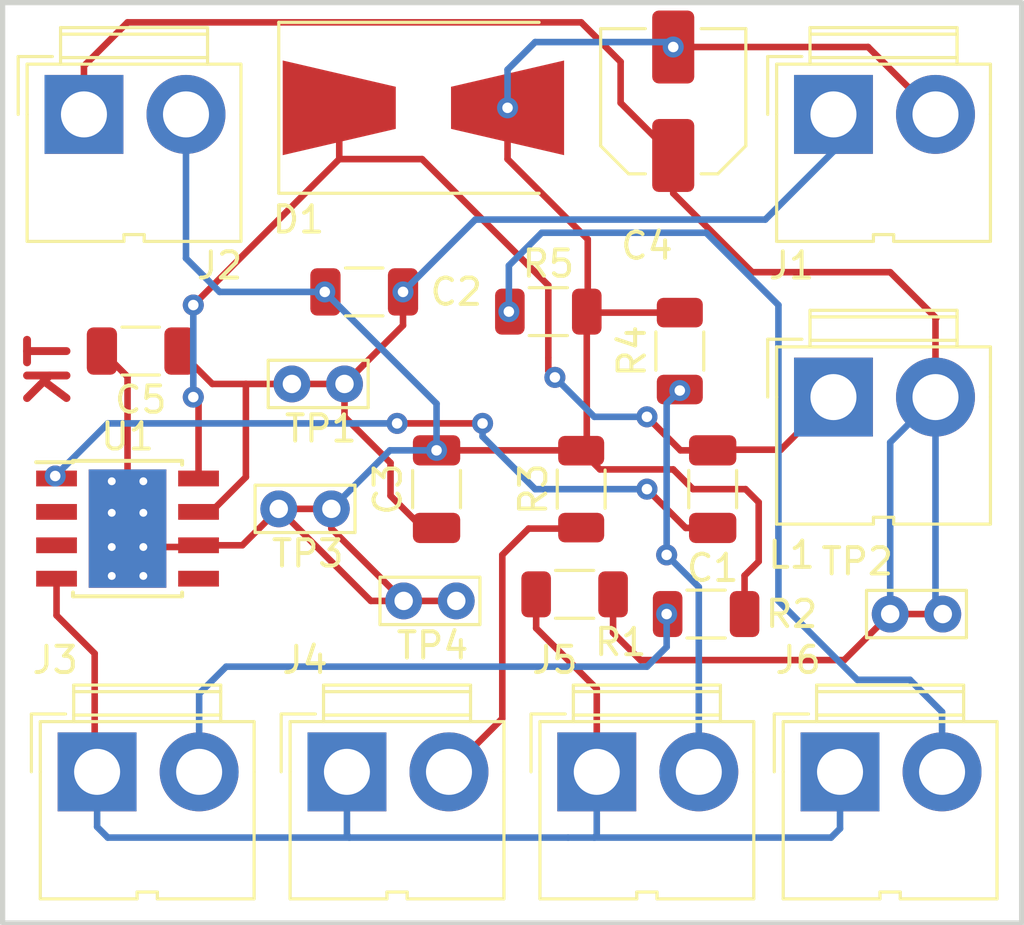
<source format=kicad_pcb>
(kicad_pcb (version 20211014) (generator pcbnew)
  (layers (0 "F.Cu" signal) (31 "B.Cu" signal) (34 "B.Paste" user) (35 "F.Paste" user) (36 "B.SilkS" user "B.Silkscreen") (37 "F.SilkS" user "F.Silkscreen") (38 "B.Mask" user) (39 "F.Mask" user) (44 "Edge.Cuts" user))
  (net 0 "")
  (net 1 "Net-(C1-Pad1)")
  (net 2 "/PH")
  (net 3 "/VIN")
  (net 4 "GND")
  (net 5 "/VOUT")
  (net 6 "sense")
  (net 7 "Net-(J3-Pad2)")
  (net 8 "Net-(J4-Pad2)")
  (net 9 "Net-(J5-Pad2)")
  (net 10 "Net-(J6-Pad2)")
  (footprint "Capacitor_SMD:C_1206_3216Metric" (layer "F.Cu") (at 118.75 41 180)
    (fp_text reference "C2" (at -3.5 0) (layer "F.SilkS"))
    (fp_text value "4.7uF")
    (fp_line (start -0.711252 0.91) (end 0.711252 0.91) (layer "F.SilkS") (width 0.12))
    (fp_line (start -0.711252 -0.91) (end 0.711252 -0.91) (layer "F.SilkS") (width 0.12))
    (pad "1" smd roundrect (at -1.475 0 180) (size 1.15 1.8) (layers "F.Cu" "F.Paste" "F.Mask") (roundrect_rratio 0.217391) (net 3 "/VIN"))
    (pad "2" smd roundrect (at 1.475 0 180) (size 1.15 1.8) (layers "F.Cu" "F.Paste" "F.Mask") (roundrect_rratio 0.217391) (net 4 "GND"))
  )
  (footprint "Capacitor_SMD:C_Elec_5x5.4" (layer "F.Cu") (at 130.5 33.75 90)
    (fp_text reference "C4" (at -5.5 -1 180) (layer "F.SilkS"))
    (fp_text value "220uF")
    (fp_line (start -2.76 1.695563) (end -1.695563 2.76) (layer "F.SilkS") (width 0.12))
    (fp_line (start -2.76 -1.695563) (end -1.695563 -2.76) (layer "F.SilkS") (width 0.12))
    (fp_line (start -2.76 -1.695563) (end -2.76 -1.06) (layer "F.SilkS") (width 0.12))
    (fp_line (start -1.695563 2.76) (end 2.76 2.76) (layer "F.SilkS") (width 0.12))
    (fp_line (start 2.76 2.76) (end 2.76 1.06) (layer "F.SilkS") (width 0.12))
    (fp_line (start -2.76 1.695563) (end -2.76 1.06) (layer "F.SilkS") (width 0.12))
    (fp_line (start -1.695563 -2.76) (end 2.76 -2.76) (layer "F.SilkS") (width 0.12))
    (fp_line (start 2.76 -2.76) (end 2.76 -1.06) (layer "F.SilkS") (width 0.12))
    (pad "1" smd roundrect (at -2.0625 0 90) (size 2.775 1.6) (layers "F.Cu" "F.Paste" "F.Mask") (roundrect_rratio 0.15625) (net 5 "/VOUT"))
    (pad "2" smd roundrect (at 2.0625 0 90) (size 2.775 1.6) (layers "F.Cu" "F.Paste" "F.Mask") (roundrect_rratio 0.15625) (net 4 "GND"))
  )
  (footprint "Connector:JWT_A3963_1x02_P3.96mm_Vertical" (layer "F.Cu") (at 127.5925 59.25)
    (fp_text reference "J5" (at -1.5925 -4.25) (layer "F.SilkS"))
    (fp_text value "2.5V")
    (fp_line (start 2.29 4.83) (end 5.97 4.83) (layer "F.SilkS") (width 0.12))
    (fp_line (start 5.97 -1.91) (end 5.97 0) (layer "F.SilkS") (width 0.12))
    (fp_line (start -0.89 -3.3) (end 4.7 -3.3) (layer "F.SilkS") (width 0.12))
    (fp_line (start -0.89 -3.05) (end 4.7 -3.05) (layer "F.SilkS") (width 0.12))
    (fp_line (start 5.97 4.83) (end 5.97 0) (layer "F.SilkS") (width 0.12))
    (fp_line (start -1.2 -2.2) (end -2.5 -2.2) (layer "F.SilkS") (width 0.12))
    (fp_line (start -2.5 -2.2) (end -2.5 0) (layer "F.SilkS") (width 0.12))
    (fp_line (start -2.16 -1.91) (end 5.97 -1.91) (layer "F.SilkS") (width 0.12))
    (fp_line (start -2.16 0) (end -2.16 4.83) (layer "F.SilkS") (width 0.12))
    (fp_line (start -0.89 -2.16) (end 4.7 -2.16) (layer "F.SilkS") (width 0.12))
    (fp_line (start 1.52 4.57) (end 2.29 4.57) (layer "F.SilkS") (width 0.12))
    (fp_line (start 4.7 -1.91) (end 4.7 -3.3) (layer "F.SilkS") (width 0.12))
    (fp_line (start 1.52 4.83) (end 1.52 4.57) (layer "F.SilkS") (width 0.12))
    (fp_line (start 2.29 4.57) (end 2.29 4.83) (layer "F.SilkS") (width 0.12))
    (fp_line (start -2.16 -1.91) (end -2.16 0) (layer "F.SilkS") (width 0.12))
    (fp_line (start -0.89 -1.91) (end -0.89 -3.3) (layer "F.SilkS") (width 0.12))
    (fp_line (start 1.52 4.83) (end -2.16 4.83) (layer "F.SilkS") (width 0.12))
    (pad "1" thru_hole rect (at 0 0) (size 3 3) (drill 1.75) (layers *.Cu *.Mask) (net 6 "sense"))
    (pad "2" thru_hole circle (at 3.88 0) (size 3 3) (drill 1.75) (layers *.Cu *.Mask) (net 9 "Net-(J5-Pad2)"))
  )
  (footprint "Diode_SMD:D_SMB-SMC_Universal_Handsoldering" (layer "F.Cu") (at 121 34)
    (fp_text reference "D1" (at -4.75 4.25) (layer "F.SilkS"))
    (fp_text value "B340A")
    (fp_line (start -5.5 3.25) (end -5.5 -3.25) (layer "F.SilkS") (width 0.12))
    (fp_line (start -5.5 3.25) (end 4.4 3.25) (layer "F.SilkS") (width 0.12))
    (fp_line (start -5.5 -3.25) (end 4.4 -3.25) (layer "F.SilkS") (width 0.12))
    (pad "1" smd trapezoid (at -3.2 0) (size 4.3 2.6) (rect_delta 1 0) (layers "F.Cu" "F.Paste" "F.Mask") (net 2 "/PH"))
    (pad "2" smd trapezoid (at 3.2 0 180) (size 4.3 2.6) (rect_delta 1 0) (layers "F.Cu" "F.Paste" "F.Mask") (net 4 "GND"))
  )
  (footprint "TestPoint:TestPoint_Bridge_Pitch2.0mm_Drill0.7mm" (layer "F.Cu") (at 138.75 53.25)
    (fp_text reference "TP2" (at -1.25 -2) (layer "F.SilkS"))
    (fp_text value "TestPoint" hide)
    (fp_line (start 2.9 0.9) (end 2.9 -0.9) (layer "F.SilkS") (width 0.12))
    (fp_line (start -0.9 0.9) (end 2.9 0.9) (layer "F.SilkS") (width 0.12))
    (fp_line (start 2.9 -0.9) (end -0.9 -0.9) (layer "F.SilkS") (width 0.12))
    (fp_line (start -0.9 -0.9) (end -0.9 0.9) (layer "F.SilkS") (width 0.12))
    (pad "1" thru_hole circle (at 2 0) (size 1.4 1.4) (drill 0.7) (layers *.Cu *.Mask) (net 5 "/VOUT"))
    (pad "1" thru_hole circle (at 0 0) (size 1.4 1.4) (drill 0.7) (layers *.Cu *.Mask) (net 5 "/VOUT"))
  )
  (footprint "Connector:JWT_A3963_1x02_P3.96mm_Vertical" (layer "F.Cu") (at 108.0925 34.25)
    (fp_text reference "J2" (at 5.1575 5.75) (layer "F.SilkS"))
    (fp_text value "klemens")
    (fp_line (start -2.16 0) (end -2.16 4.83) (layer "F.SilkS") (width 0.12))
    (fp_line (start -0.89 -1.91) (end -0.89 -3.3) (layer "F.SilkS") (width 0.12))
    (fp_line (start 1.52 4.57) (end 2.29 4.57) (layer "F.SilkS") (width 0.12))
    (fp_line (start 2.29 4.83) (end 5.97 4.83) (layer "F.SilkS") (width 0.12))
    (fp_line (start 4.7 -1.91) (end 4.7 -3.3) (layer "F.SilkS") (width 0.12))
    (fp_line (start 5.97 -1.91) (end 5.97 0) (layer "F.SilkS") (width 0.12))
    (fp_line (start 1.52 4.83) (end -2.16 4.83) (layer "F.SilkS") (width 0.12))
    (fp_line (start -0.89 -3.3) (end 4.7 -3.3) (layer "F.SilkS") (width 0.12))
    (fp_line (start -1.2 -2.2) (end -2.5 -2.2) (layer "F.SilkS") (width 0.12))
    (fp_line (start -2.16 -1.91) (end -2.16 0) (layer "F.SilkS") (width 0.12))
    (fp_line (start -2.5 -2.2) (end -2.5 0) (layer "F.SilkS") (width 0.12))
    (fp_line (start 5.97 4.83) (end 5.97 0) (layer "F.SilkS") (width 0.12))
    (fp_line (start 1.52 4.83) (end 1.52 4.57) (layer "F.SilkS") (width 0.12))
    (fp_line (start 2.29 4.57) (end 2.29 4.83) (layer "F.SilkS") (width 0.12))
    (fp_line (start -2.16 -1.91) (end 5.97 -1.91) (layer "F.SilkS") (width 0.12))
    (fp_line (start -0.89 -2.16) (end 4.7 -2.16) (layer "F.SilkS") (width 0.12))
    (fp_line (start -0.89 -3.05) (end 4.7 -3.05) (layer "F.SilkS") (width 0.12))
    (pad "1" thru_hole rect (at 0 0) (size 3 3) (drill 1.75) (layers *.Cu *.Mask) (net 5 "/VOUT"))
    (pad "2" thru_hole circle (at 3.88 0) (size 3 3) (drill 1.75) (layers *.Cu *.Mask) (net 4 "GND"))
  )
  (footprint "TestPoint:TestPoint_Bridge_Pitch2.0mm_Drill0.7mm" (layer "F.Cu") (at 115.5 49.25)
    (fp_text reference "TP3" (at 1.1 1.7) (layer "F.SilkS"))
    (fp_text value "TestPoint" hide)
    (fp_line (start 2.9 -0.9) (end -0.9 -0.9) (layer "F.SilkS") (width 0.12))
    (fp_line (start -0.9 0.9) (end 2.9 0.9) (layer "F.SilkS") (width 0.12))
    (fp_line (start -0.9 -0.9) (end -0.9 0.9) (layer "F.SilkS") (width 0.12))
    (fp_line (start 2.9 0.9) (end 2.9 -0.9) (layer "F.SilkS") (width 0.12))
    (pad "1" thru_hole circle (at 2 0) (size 1.4 1.4) (drill 0.7) (layers *.Cu *.Mask) (net 4 "GND"))
    (pad "1" thru_hole circle (at 0 0) (size 1.4 1.4) (drill 0.7) (layers *.Cu *.Mask) (net 4 "GND"))
  )
  (footprint "Connector:JWT_A3963_1x02_P3.96mm_Vertical" (layer "F.Cu") (at 108.5925 59.25)
    (fp_text reference "J3" (at -1.5925 -4.25) (layer "F.SilkS"))
    (fp_text value "5V")
    (fp_line (start -2.16 -1.91) (end 5.97 -1.91) (layer "F.SilkS") (width 0.12))
    (fp_line (start -0.89 -3.05) (end 4.7 -3.05) (layer "F.SilkS") (width 0.12))
    (fp_line (start 2.29 4.83) (end 5.97 4.83) (layer "F.SilkS") (width 0.12))
    (fp_line (start -0.89 -2.16) (end 4.7 -2.16) (layer "F.SilkS") (width 0.12))
    (fp_line (start 1.52 4.57) (end 2.29 4.57) (layer "F.SilkS") (width 0.12))
    (fp_line (start 5.97 -1.91) (end 5.97 0) (layer "F.SilkS") (width 0.12))
    (fp_line (start -0.89 -1.91) (end -0.89 -3.3) (layer "F.SilkS") (width 0.12))
    (fp_line (start 2.29 4.57) (end 2.29 4.83) (layer "F.SilkS") (width 0.12))
    (fp_line (start -1.2 -2.2) (end -2.5 -2.2) (layer "F.SilkS") (width 0.12))
    (fp_line (start 4.7 -1.91) (end 4.7 -3.3) (layer "F.SilkS") (width 0.12))
    (fp_line (start 5.97 4.83) (end 5.97 0) (layer "F.SilkS") (width 0.12))
    (fp_line (start -0.89 -3.3) (end 4.7 -3.3) (layer "F.SilkS") (width 0.12))
    (fp_line (start 1.52 4.83) (end 1.52 4.57) (layer "F.SilkS") (width 0.12))
    (fp_line (start -2.5 -2.2) (end -2.5 0) (layer "F.SilkS") (width 0.12))
    (fp_line (start -2.16 -1.91) (end -2.16 0) (layer "F.SilkS") (width 0.12))
    (fp_line (start -2.16 0) (end -2.16 4.83) (layer "F.SilkS") (width 0.12))
    (fp_line (start 1.52 4.83) (end -2.16 4.83) (layer "F.SilkS") (width 0.12))
    (pad "1" thru_hole rect (at 0 0) (size 3 3) (drill 1.75) (layers *.Cu *.Mask) (net 6 "sense"))
    (pad "2" thru_hole circle (at 3.88 0) (size 3 3) (drill 1.75) (layers *.Cu *.Mask) (net 7 "Net-(J3-Pad2)"))
  )
  (footprint "Package_SO:TI_SO-PowerPAD-8_ThermalVias" (layer "F.Cu") (at 109.75 50)
    (fp_text reference "U1" (at 0 -3.5) (layer "F.SilkS"))
    (fp_text value "TPS5430DDA")
    (fp_line (start 2.075 2.575) (end 2.075 2.43) (layer "F.SilkS") (width 0.15))
    (fp_line (start -2.075 2.575) (end 2.075 2.575) (layer "F.SilkS") (width 0.15))
    (fp_line (start -2.075 2.575) (end -2.075 2.43) (layer "F.SilkS") (width 0.15))
    (fp_line (start 2.075 -2.575) (end 2.075 -2.43) (layer "F.SilkS") (width 0.15))
    (fp_line (start -2.075 -2.575) (end 2.075 -2.575) (layer "F.SilkS") (width 0.15))
    (fp_line (start -2.075 -2.575) (end -2.075 -2.525) (layer "F.SilkS") (width 0.15))
    (fp_line (start -2.075 -2.525) (end -3.475 -2.525) (layer "F.SilkS") (width 0.15))
    (pad "1" smd rect (at -2.7 -1.905) (size 1.55 0.6) (layers "F.Cu" "F.Paste" "F.Mask") (net 1 "Net-(C1-Pad1)"))
    (pad "2" smd rect (at -2.7 -0.635) (size 1.55 0.6) (layers "F.Cu" "F.Paste" "F.Mask"))
    (pad "3" smd rect (at -2.7 0.635) (size 1.55 0.6) (layers "F.Cu" "F.Paste" "F.Mask"))
    (pad "4" smd rect (at -2.7 1.905) (size 1.55 0.6) (layers "F.Cu" "F.Paste" "F.Mask") (net 6 "sense"))
    (pad "5" smd rect (at 2.7 1.905) (size 1.55 0.6) (layers "F.Cu" "F.Paste" "F.Mask"))
    (pad "6" smd rect (at 2.7 0.635) (size 1.55 0.6) (layers "F.Cu" "F.Paste" "F.Mask") (net 4 "GND"))
    (pad "7" smd rect (at 2.7 -0.635) (size 1.55 0.6) (layers "F.Cu" "F.Paste" "F.Mask") (net 3 "/VIN"))
    (pad "8" smd rect (at 2.7 -1.905) (size 1.55 0.6) (layers "F.Cu" "F.Paste" "F.Mask") (net 2 "/PH"))
    (pad "9" thru_hole circle (at 0.6 -1.8) (size 0.6 0.6) (drill 0.3) (layers *.Cu) (net 4 "GND"))
    (pad "9" smd rect (at 0 0) (size 2.95 4.5) (layers "F.Cu") (net 4 "GND"))
    (pad "9" thru_hole circle (at -0.6 1.8) (size 0.6 0.6) (drill 0.3) (layers *.Cu) (net 4 "GND"))
    (pad "9" thru_hole circle (at -0.6 -0.6) (size 0.6 0.6) (drill 0.3) (layers *.Cu) (net 4 "GND"))
    (pad "9" smd rect (at 0 0) (size 2.6 3.1) (layers "F.Cu" "F.Paste" "F.Mask") (net 4 "GND"))
    (pad "9" thru_hole circle (at 0.6 -0.6) (size 0.6 0.6) (drill 0.3) (layers *.Cu) (net 4 "GND"))
    (pad "9" thru_hole circle (at 0.6 0.7) (size 0.6 0.6) (drill 0.3) (layers *.Cu) (net 4 "GND"))
    (pad "9" thru_hole circle (at -0.6 0.7) (size 0.6 0.6) (drill 0.3) (layers *.Cu) (net 4 "GND"))
    (pad "9" thru_hole circle (at -0.6 -1.8) (size 0.6 0.6) (drill 0.3) (layers *.Cu) (net 4 "GND"))
    (pad "9" thru_hole circle (at 0.6 1.8) (size 0.6 0.6) (drill 0.3) (layers *.Cu) (net 4 "GND"))
    (pad "9" smd rect (at 0 0) (size 2.95 4.5) (layers "B.Cu") (net 4 "GND"))
  )
  (footprint "Resistor_SMD:R_1206_3216Metric" (layer "F.Cu") (at 131.75 53.25)
    (fp_text reference "R2" (at 3.25 0) (layer "F.SilkS"))
    (fp_text value "3.24K")
    (fp_line (start -0.727064 -0.91) (end 0.727064 -0.91) (layer "F.SilkS") (width 0.12))
    (fp_line (start -0.727064 0.91) (end 0.727064 0.91) (layer "F.SilkS") (width 0.12))
    (pad "1" smd roundrect (at -1.4625 0) (size 1.125 1.75) (layers "F.Cu" "F.Paste" "F.Mask") (roundrect_rratio 0.222222) (net 7 "Net-(J3-Pad2)"))
    (pad "2" smd roundrect (at 1.4625 0) (size 1.125 1.75) (layers "F.Cu" "F.Paste" "F.Mask") (roundrect_rratio 0.222222) (net 4 "GND"))
  )
  (footprint "Connector:JWT_A3963_1x02_P3.96mm_Vertical" (layer "F.Cu") (at 136.8425 59.25)
    (fp_text reference "J6" (at -1.5925 -4.25) (layer "F.SilkS"))
    (fp_text value "1.8V")
    (fp_line (start 5.97 -1.91) (end 5.97 0) (layer "F.SilkS") (width 0.12))
    (fp_line (start 1.52 4.83) (end 1.52 4.57) (layer "F.SilkS") (width 0.12))
    (fp_line (start -0.89 -3.05) (end 4.7 -3.05) (layer "F.SilkS") (width 0.12))
    (fp_line (start 5.97 4.83) (end 5.97 0) (layer "F.SilkS") (width 0.12))
    (fp_line (start -2.16 -1.91) (end 5.97 -1.91) (layer "F.SilkS") (width 0.12))
    (fp_line (start 4.7 -1.91) (end 4.7 -3.3) (layer "F.SilkS") (width 0.12))
    (fp_line (start -1.2 -2.2) (end -2.5 -2.2) (layer "F.SilkS") (width 0.12))
    (fp_line (start -2.16 -1.91) (end -2.16 0) (layer "F.SilkS") (width 0.12))
    (fp_line (start 2.29 4.57) (end 2.29 4.83) (layer "F.SilkS") (width 0.12))
    (fp_line (start -0.89 -3.3) (end 4.7 -3.3) (layer "F.SilkS") (width 0.12))
    (fp_line (start -0.89 -2.16) (end 4.7 -2.16) (layer "F.SilkS") (width 0.12))
    (fp_line (start -0.89 -1.91) (end -0.89 -3.3) (layer "F.SilkS") (width 0.12))
    (fp_line (start 1.52 4.83) (end -2.16 4.83) (layer "F.SilkS") (width 0.12))
    (fp_line (start 1.52 4.57) (end 2.29 4.57) (layer "F.SilkS") (width 0.12))
    (fp_line (start -2.5 -2.2) (end -2.5 0) (layer "F.SilkS") (width 0.12))
    (fp_line (start -2.16 0) (end -2.16 4.83) (layer "F.SilkS") (width 0.12))
    (fp_line (start 2.29 4.83) (end 5.97 4.83) (layer "F.SilkS") (width 0.12))
    (pad "1" thru_hole rect (at 0 0) (size 3 3) (drill 1.75) (layers *.Cu *.Mask) (net 6 "sense"))
    (pad "2" thru_hole circle (at 3.88 0) (size 3 3) (drill 1.75) (layers *.Cu *.Mask) (net 10 "Net-(J6-Pad2)"))
  )
  (footprint "Connector:JWT_A3963_1x02_P3.96mm_Vertical" (layer "F.Cu") (at 136.5925 34.25)
    (fp_text reference "J1" (at -1.5925 5.75) (layer "F.SilkS"))
    (fp_text value "klemens")
    (fp_line (start 4.7 -1.91) (end 4.7 -3.3) (layer "F.SilkS") (width 0.12))
    (fp_line (start 1.52 4.57) (end 2.29 4.57) (layer "F.SilkS") (width 0.12))
    (fp_line (start -0.89 -3.05) (end 4.7 -3.05) (layer "F.SilkS") (width 0.12))
    (fp_line (start -1.2 -2.2) (end -2.5 -2.2) (layer "F.SilkS") (width 0.12))
    (fp_line (start -2.5 -2.2) (end -2.5 0) (layer "F.SilkS") (width 0.12))
    (fp_line (start -0.89 -2.16) (end 4.7 -2.16) (layer "F.SilkS") (width 0.12))
    (fp_line (start 1.52 4.83) (end -2.16 4.83) (layer "F.SilkS") (width 0.12))
    (fp_line (start -2.16 -1.91) (end -2.16 0) (layer "F.SilkS") (width 0.12))
    (fp_line (start 1.52 4.83) (end 1.52 4.57) (layer "F.SilkS") (width 0.12))
    (fp_line (start 2.29 4.57) (end 2.29 4.83) (layer "F.SilkS") (width 0.12))
    (fp_line (start 5.97 4.83) (end 5.97 0) (layer "F.SilkS") (width 0.12))
    (fp_line (start 2.29 4.83) (end 5.97 4.83) (layer "F.SilkS") (width 0.12))
    (fp_line (start -2.16 -1.91) (end 5.97 -1.91) (layer "F.SilkS") (width 0.12))
    (fp_line (start -2.16 0) (end -2.16 4.83) (layer "F.SilkS") (width 0.12))
    (fp_line (start 5.97 -1.91) (end 5.97 0) (layer "F.SilkS") (width 0.12))
    (fp_line (start -0.89 -3.3) (end 4.7 -3.3) (layer "F.SilkS") (width 0.12))
    (fp_line (start -0.89 -1.91) (end -0.89 -3.3) (layer "F.SilkS") (width 0.12))
    (pad "1" thru_hole rect (at 0 0) (size 3 3) (drill 1.75) (layers *.Cu *.Mask) (net 3 "/VIN"))
    (pad "2" thru_hole circle (at 3.88 0) (size 3 3) (drill 1.75) (layers *.Cu *.Mask) (net 4 "GND"))
  )
  (footprint "TestPoint:TestPoint_Bridge_Pitch2.0mm_Drill0.7mm" (layer "F.Cu") (at 116 44.5)
    (fp_text reference "TP1" (at 1.1 1.7) (layer "F.SilkS"))
    (fp_text value "TestPoint" hide)
    (fp_line (start 2.9 -0.9) (end -0.9 -0.9) (layer "F.SilkS") (width 0.12))
    (fp_line (start -0.9 -0.9) (end -0.9 0.9) (layer "F.SilkS") (width 0.12))
    (fp_line (start 2.9 0.9) (end 2.9 -0.9) (layer "F.SilkS") (width 0.12))
    (fp_line (start -0.9 0.9) (end 2.9 0.9) (layer "F.SilkS") (width 0.12))
    (pad "1" thru_hole circle (at 2 0) (size 1.4 1.4) (drill 0.7) (layers *.Cu *.Mask) (net 3 "/VIN"))
    (pad "1" thru_hole circle (at 0 0) (size 1.4 1.4) (drill 0.7) (layers *.Cu *.Mask) (net 3 "/VIN"))
  )
  (footprint "Capacitor_SMD:C_1206_3216Metric" (layer "F.Cu") (at 121.5 48.5 90)
    (fp_text reference "C3" (at 0 -1.85 90) (layer "F.SilkS"))
    (fp_text value "10uF")
    (fp_line (start -0.711252 0.91) (end 0.711252 0.91) (layer "F.SilkS") (width 0.12))
    (fp_line (start -0.711252 -0.91) (end 0.711252 -0.91) (layer "F.SilkS") (width 0.12))
    (pad "1" smd roundrect (at -1.475 0 90) (size 1.15 1.8) (layers "F.Cu" "F.Paste" "F.Mask") (roundrect_rratio 0.217391) (net 3 "/VIN"))
    (pad "2" smd roundrect (at 1.475 0 90) (size 1.15 1.8) (layers "F.Cu" "F.Paste" "F.Mask") (roundrect_rratio 0.217391) (net 4 "GND"))
  )
  (footprint "Resistor_SMD:R_1206_3216Metric" (layer "F.Cu") (at 126.75 52.5 180)
    (fp_text reference "R1" (at -1.75 -1.82) (layer "F.SilkS"))
    (fp_text value "10K")
    (fp_line (start -0.727064 0.91) (end 0.727064 0.91) (layer "F.SilkS") (width 0.12))
    (fp_line (start -0.727064 -0.91) (end 0.727064 -0.91) (layer "F.SilkS") (width 0.12))
    (pad "1" smd roundrect (at -1.4625 0 180) (size 1.125 1.75) (layers "F.Cu" "F.Paste" "F.Mask") (roundrect_rratio 0.222222) (net 5 "/VOUT"))
    (pad "2" smd roundrect (at 1.4625 0 180) (size 1.125 1.75) (layers "F.Cu" "F.Paste" "F.Mask") (roundrect_rratio 0.222222) (net 6 "sense"))
  )
  (footprint "Resistor_SMD:R_1206_3216Metric" (layer "F.Cu") (at 125.75 41.75)
    (fp_text reference "R5" (at 0 -1.82) (layer "F.SilkS"))
    (fp_text value "21.5K")
    (fp_line (start -0.727064 -0.91) (end 0.727064 -0.91) (layer "F.SilkS") (width 0.12))
    (fp_line (start -0.727064 0.91) (end 0.727064 0.91) (layer "F.SilkS") (width 0.12))
    (pad "1" smd roundrect (at -1.4625 0) (size 1.125 1.75) (layers "F.Cu" "F.Paste" "F.Mask") (roundrect_rratio 0.222222) (net 10 "Net-(J6-Pad2)"))
    (pad "2" smd roundrect (at 1.4625 0) (size 1.125 1.75) (layers "F.Cu" "F.Paste" "F.Mask") (roundrect_rratio 0.222222) (net 4 "GND"))
  )
  (footprint "Resistor_SMD:R_1206_3216Metric" (layer "F.Cu") (at 130.75 43.25 90)
    (fp_text reference "R4" (at 0 -1.82 90) (layer "F.SilkS"))
    (fp_text value "9.53K")
    (fp_line (start -0.727064 -0.91) (end 0.727064 -0.91) (layer "F.SilkS") (width 0.12))
    (fp_line (start -0.727064 0.91) (end 0.727064 0.91) (layer "F.SilkS") (width 0.12))
    (pad "1" smd roundrect (at -1.4625 0 90) (size 1.125 1.75) (layers "F.Cu" "F.Paste" "F.Mask") (roundrect_rratio 0.222222) (net 9 "Net-(J5-Pad2)"))
    (pad "2" smd roundrect (at 1.4625 0 90) (size 1.125 1.75) (layers "F.Cu" "F.Paste" "F.Mask") (roundrect_rratio 0.222222) (net 4 "GND"))
  )
  (footprint "Connector:JWT_A3963_1x02_P3.96mm_Vertical" (layer "F.Cu") (at 136.5925 45)
    (fp_text reference "L1" (at -1.5925 6) (layer "F.SilkS"))
    (fp_text value "22uH")
    (fp_line (start -1.2 -2.2) (end -2.5 -2.2) (layer "F.SilkS") (width 0.12))
    (fp_line (start -0.89 -3.05) (end 4.7 -3.05) (layer "F.SilkS") (width 0.12))
    (fp_line (start -0.89 -1.91) (end -0.89 -3.3) (layer "F.SilkS") (width 0.12))
    (fp_line (start -2.16 -1.91) (end 5.97 -1.91) (layer "F.SilkS") (width 0.12))
    (fp_line (start -0.89 -3.3) (end 4.7 -3.3) (layer "F.SilkS") (width 0.12))
    (fp_line (start 1.52 4.83) (end 1.52 4.57) (layer "F.SilkS") (width 0.12))
    (fp_line (start -2.5 -2.2) (end -2.5 0) (layer "F.SilkS") (width 0.12))
    (fp_line (start 5.97 4.83) (end 5.97 0) (layer "F.SilkS") (width 0.12))
    (fp_line (start 4.7 -1.91) (end 4.7 -3.3) (layer "F.SilkS") (width 0.12))
    (fp_line (start 1.52 4.83) (end -2.16 4.83) (layer "F.SilkS") (width 0.12))
    (fp_line (start 2.29 4.83) (end 5.97 4.83) (layer "F.SilkS") (width 0.12))
    (fp_line (start 2.29 4.57) (end 2.29 4.83) (layer "F.SilkS") (width 0.12))
    (fp_line (start -0.89 -2.16) (end 4.7 -2.16) (layer "F.SilkS") (width 0.12))
    (fp_line (start 1.52 4.57) (end 2.29 4.57) (layer "F.SilkS") (width 0.12))
    (fp_line (start 5.97 -1.91) (end 5.97 0) (layer "F.SilkS") (width 0.12))
    (fp_line (start -2.16 0) (end -2.16 4.83) (layer "F.SilkS") (width 0.12))
    (fp_line (start -2.16 -1.91) (end -2.16 0) (layer "F.SilkS") (width 0.12))
    (pad "1" thru_hole rect (at 0 0) (size 3 3) (drill 1.75) (layers *.Cu *.Mask) (net 2 "/PH"))
    (pad "2" thru_hole circle (at 3.88 0) (size 3 3) (drill 1.75) (layers *.Cu *.Mask) (net 5 "/VOUT"))
  )
  (footprint "Connector:JWT_A3963_1x02_P3.96mm_Vertical" (layer "F.Cu") (at 118.0925 59.25)
    (fp_text reference "J4" (at -1.5925 -4.25) (layer "F.SilkS"))
    (fp_text value "3.3V")
    (fp_line (start 5.97 -1.91) (end 5.97 0) (layer "F.SilkS") (width 0.12))
    (fp_line (start 4.7 -1.91) (end 4.7 -3.3) (layer "F.SilkS") (width 0.12))
    (fp_line (start -2.16 0) (end -2.16 4.83) (layer "F.SilkS") (width 0.12))
    (fp_line (start 1.52 4.83) (end -2.16 4.83) (layer "F.SilkS") (width 0.12))
    (fp_line (start 2.29 4.83) (end 5.97 4.83) (layer "F.SilkS") (width 0.12))
    (fp_line (start -0.89 -3.3) (end 4.7 -3.3) (layer "F.SilkS") (width 0.12))
    (fp_line (start -0.89 -1.91) (end -0.89 -3.3) (layer "F.SilkS") (width 0.12))
    (fp_line (start -2.5 -2.2) (end -2.5 0) (layer "F.SilkS") (width 0.12))
    (fp_line (start -1.2 -2.2) (end -2.5 -2.2) (layer "F.SilkS") (width 0.12))
    (fp_line (start 1.52 4.83) (end 1.52 4.57) (layer "F.SilkS") (width 0.12))
    (fp_line (start -2.16 -1.91) (end -2.16 0) (layer "F.SilkS") (width 0.12))
    (fp_line (start -2.16 -1.91) (end 5.97 -1.91) (layer "F.SilkS") (width 0.12))
    (fp_line (start 2.29 4.57) (end 2.29 4.83) (layer "F.SilkS") (width 0.12))
    (fp_line (start -0.89 -2.16) (end 4.7 -2.16) (layer "F.SilkS") (width 0.12))
    (fp_line (start -0.89 -3.05) (end 4.7 -3.05) (layer "F.SilkS") (width 0.12))
    (fp_line (start 1.52 4.57) (end 2.29 4.57) (layer "F.SilkS") (width 0.12))
    (fp_line (start 5.97 4.83) (end 5.97 0) (layer "F.SilkS") (width 0.12))
    (pad "1" thru_hole rect (at 0 0) (size 3 3) (drill 1.75) (layers *.Cu *.Mask) (net 6 "sense"))
    (pad "2" thru_hole circle (at 3.88 0) (size 3 3) (drill 1.75) (layers *.Cu *.Mask) (net 8 "Net-(J4-Pad2)"))
  )
  (footprint "Capacitor_SMD:C_1206_3216Metric" (layer "F.Cu") (at 132 48.5 90)
    (fp_text reference "C1" (at -3 0 180) (layer "F.SilkS"))
    (fp_text value "10nF")
    (fp_line (start -0.711252 -0.91) (end 0.711252 -0.91) (layer "F.SilkS") (width 0.12))
    (fp_line (start -0.711252 0.91) (end 0.711252 0.91) (layer "F.SilkS") (width 0.12))
    (pad "1" smd roundrect (at -1.475 0 90) (size 1.15 1.8) (layers "F.Cu" "F.Paste" "F.Mask") (roundrect_rratio 0.217391) (net 1 "Net-(C1-Pad1)"))
    (pad "2" smd roundrect (at 1.475 0 90) (size 1.15 1.8) (layers "F.Cu" "F.Paste" "F.Mask") (roundrect_rratio 0.217391) (net 2 "/PH"))
  )
  (footprint "TestPoint:TestPoint_Bridge_Pitch2.0mm_Drill0.7mm" (layer "F.Cu") (at 120.25 52.75)
    (fp_text reference "TP4" (at 1.1 1.7) (layer "F.SilkS"))
    (fp_text value "TestPoint" hide)
    (fp_line (start 2.9 0.9) (end 2.9 -0.9) (layer "F.SilkS") (width 0.12))
    (fp_line (start -0.9 0.9) (end 2.9 0.9) (layer "F.SilkS") (width 0.12))
    (fp_line (start -0.9 -0.9) (end -0.9 0.9) (layer "F.SilkS") (width 0.12))
    (fp_line (start 2.9 -0.9) (end -0.9 -0.9) (layer "F.SilkS") (width 0.12))
    (pad "1" thru_hole circle (at 2 0) (size 1.4 1.4) (drill 0.7) (layers *.Cu *.Mask) (net 4 "GND"))
    (pad "1" thru_hole circle (at 0 0) (size 1.4 1.4) (drill 0.7) (layers *.Cu *.Mask) (net 4 "GND"))
  )
  (footprint "Capacitor_SMD:C_1206_3216Metric" (layer "F.Cu") (at 110.25 43.25 180)
    (fp_text reference "C5" (at 0 -1.85) (layer "F.SilkS"))
    (fp_text value "10uF")
    (fp_line (start -0.711252 0.91) (end 0.711252 0.91) (layer "F.SilkS") (width 0.12))
    (fp_line (start -0.711252 -0.91) (end 0.711252 -0.91) (layer "F.SilkS") (width 0.12))
    (pad "1" smd roundrect (at -1.475 0 180) (size 1.15 1.8) (layers "F.Cu" "F.Paste" "F.Mask") (roundrect_rratio 0.217391) (net 3 "/VIN"))
    (pad "2" smd roundrect (at 1.475 0 180) (size 1.15 1.8) (layers "F.Cu" "F.Paste" "F.Mask") (roundrect_rratio 0.217391) (net 4 "GND"))
  )
  (footprint "Resistor_SMD:R_1206_3216Metric" (layer "F.Cu") (at 127 48.5 90)
    (fp_text reference "R3" (at 0 -1.82 90) (layer "F.SilkS"))
    (fp_text value "5.9K")
    (fp_line (start -0.727064 -0.91) (end 0.727064 -0.91) (layer "F.SilkS") (width 0.12))
    (fp_line (start -0.727064 0.91) (end 0.727064 0.91) (layer "F.SilkS") (width 0.12))
    (pad "1" smd roundrect (at -1.4625 0 90) (size 1.125 1.75) (layers "F.Cu" "F.Paste" "F.Mask") (roundrect_rratio 0.222222) (net 8 "Net-(J4-Pad2)"))
    (pad "2" smd roundrect (at 1.4625 0 90) (size 1.125 1.75) (layers "F.Cu" "F.Paste" "F.Mask") (roundrect_rratio 0.222222) (net 4 "GND"))
  )
  (gr_rect (start 105 65) (end 143.75 30) (layer "Edge.Cuts") (width 0.2) (fill none))
  (gr_text "TK" (at 106.75 44 90) (layer "F.Cu") (effects (font (size 1.5 1.5) (thickness 0.3)) (justify mirror)))
  (segment (start 129.5 48.5) (end 130.975 49.975) (width 0.25) (layer "F.Cu") (net 1))
  (segment (start 120 46) (end 123.25 46) (width 0.25) (layer "F.Cu") (net 1))
  (segment (start 130.975 49.975) (end 132 49.975) (width 0.25) (layer "F.Cu") (net 1))
  (via (at 129.5 48.5) (size 0.8) (drill 0.4) (layers "F.Cu" "B.Cu") (net 1))
  (via (at 123.25 46) (size 0.8) (drill 0.4) (layers "F.Cu" "B.Cu") (net 1))
  (via (at 120 46) (size 0.8) (drill 0.4) (layers "F.Cu" "B.Cu") (net 1))
  (via (at 107 48) (size 0.8) (drill 0.4) (layers "F.Cu" "B.Cu") (net 1))
  (segment (start 107 48) (end 109 46) (width 0.25) (layer "B.Cu") (net 1))
  (segment (start 123.25 46) (end 123.25 46.5) (width 0.25) (layer "B.Cu") (net 1))
  (segment (start 109 46) (end 120 46) (width 0.25) (layer "B.Cu") (net 1))
  (segment (start 123.25 46.5) (end 125.25 48.5) (width 0.25) (layer "B.Cu") (net 1))
  (segment (start 125.25 48.5) (end 129.5 48.5) (width 0.25) (layer "B.Cu") (net 1))
  (segment (start 112.25 45) (end 112.45 45.2) (width 0.25) (layer "F.Cu") (net 2))
  (segment (start 120.95 35.95) (end 125.75 40.75) (width 0.25) (layer "F.Cu") (net 2))
  (segment (start 125.75 44) (end 126 44.25) (width 0.25) (layer "F.Cu") (net 2))
  (segment (start 129.5 45.75) (end 130.775 47.025) (width 0.25) (layer "F.Cu") (net 2))
  (segment (start 132 47.025) (end 132.025 47) (width 0.25) (layer "F.Cu") (net 2))
  (segment (start 130.775 47.025) (end 132 47.025) (width 0.25) (layer "F.Cu") (net 2))
  (segment (start 132.025 47) (end 134.5925 47) (width 0.25) (layer "F.Cu") (net 2))
  (segment (start 125.75 43.5) (end 125.75 44) (width 0.25) (layer "F.Cu") (net 2))
  (segment (start 125.75 40.75) (end 125.75 43.5) (width 0.25) (layer "F.Cu") (net 2))
  (segment (start 117.8 35.95) (end 120.95 35.95) (width 0.25) (layer "F.Cu") (net 2))
  (segment (start 117.8 34) (end 117.8 35.95) (width 0.25) (layer "F.Cu") (net 2))
  (segment (start 112.5 41.25) (end 112.25 41.5) (width 0.25) (layer "F.Cu") (net 2))
  (segment (start 134.5925 47) (end 136.5925 45) (width 0.25) (layer "F.Cu") (net 2))
  (segment (start 117.8 35.95) (end 112.5 41.25) (width 0.25) (layer "F.Cu") (net 2))
  (segment (start 112.45 45.2) (end 112.45 48.095) (width 0.25) (layer "F.Cu") (net 2))
  (via (at 112.25 41.5) (size 0.8) (drill 0.4) (layers "F.Cu" "B.Cu") (net 2))
  (via (at 129.5 45.75) (size 0.8) (drill 0.4) (layers "F.Cu" "B.Cu") (net 2))
  (via (at 126 44.25) (size 0.8) (drill 0.4) (layers "F.Cu" "B.Cu") (net 2))
  (via (at 112.25 45) (size 0.8) (drill 0.4) (layers "F.Cu" "B.Cu") (net 2))
  (segment (start 127.5 45.75) (end 129.5 45.75) (width 0.25) (layer "B.Cu") (net 2))
  (segment (start 112.25 41.5) (end 112.25 45) (width 0.25) (layer "B.Cu") (net 2))
  (segment (start 126 44.25) (end 127.5 45.75) (width 0.25) (layer "B.Cu") (net 2))
  (segment (start 114.25 44.5) (end 112.975 44.5) (width 0.25) (layer "F.Cu") (net 3))
  (segment (start 112.45 49.365) (end 112.925 49.365) (width 0.25) (layer "F.Cu") (net 3))
  (segment (start 118 44.5) (end 118 45.75) (width 0.25) (layer "F.Cu") (net 3))
  (segment (start 120.225 42.275) (end 120.225 41) (width 0.25) (layer "F.Cu") (net 3))
  (segment (start 112.925 49.365) (end 114.25 48.04) (width 0.25) (layer "F.Cu") (net 3))
  (segment (start 118 44.5) (end 120.225 42.275) (width 0.25) (layer "F.Cu") (net 3))
  (segment (start 114.25 48.04) (end 114.25 44.5) (width 0.25) (layer "F.Cu") (net 3))
  (segment (start 116 44.5) (end 118 44.5) (width 0.25) (layer "F.Cu") (net 3))
  (segment (start 119.75 48.75) (end 120.975 49.975) (width 0.25) (layer "F.Cu") (net 3))
  (segment (start 118 45.75) (end 119.75 47.5) (width 0.25) (layer "F.Cu") (net 3))
  (segment (start 119.75 47.5) (end 119.75 48.75) (width 0.25) (layer "F.Cu") (net 3))
  (segment (start 112.975 44.5) (end 111.725 43.25) (width 0.25) (layer "F.Cu") (net 3))
  (segment (start 120.975 49.975) (end 121.5 49.975) (width 0.25) (layer "F.Cu") (net 3))
  (segment (start 116 44.5) (end 114.25 44.5) (width 0.25) (layer "F.Cu") (net 3))
  (via (at 120.225 41) (size 0.8) (drill 0.4) (layers "F.Cu" "B.Cu") (net 3))
  (segment (start 122.975 38.25) (end 134 38.25) (width 0.25) (layer "B.Cu") (net 3))
  (segment (start 120.225 41) (end 122.975 38.25) (width 0.25) (layer "B.Cu") (net 3))
  (segment (start 134 38.25) (end 136.5925 35.6575) (width 0.25) (layer "B.Cu") (net 3))
  (segment (start 136.5925 35.6575) (end 136.5925 34.25) (width 0.25) (layer "B.Cu") (net 3))
  (segment (start 117.5 50) (end 117.5 49.25) (width 0.25) (layer "F.Cu") (net 4))
  (segment (start 127.25 41.7875) (end 130.75 41.7875) (width 0.25) (layer "F.Cu") (net 4))
  (segment (start 110.35 50.7) (end 112.385 50.7) (width 0.25) (layer "F.Cu") (net 4))
  (segment (start 130.5 31.6875) (end 137.91 31.6875) (width 0.25) (layer "F.Cu") (net 4))
  (segment (start 124.2 34) (end 124.2 35.95) (width 0.25) (layer "F.Cu") (net 4))
  (segment (start 120.25 52.75) (end 117.5 50) (width 0.25) (layer "F.Cu") (net 4))
  (segment (start 109.75 44.225) (end 109.75 50) (width 0.25) (layer "F.Cu") (net 4))
  (segment (start 126.9875 47.025) (end 127 47.0375) (width 0.25) (layer "F.Cu") (net 4))
  (segment (start 115.5 49.25) (end 119 52.75) (width 0.25) (layer "F.Cu") (net 4))
  (segment (start 127.25 41.7125) (end 127.2125 41.75) (width 0.25) (layer "F.Cu") (net 4))
  (segment (start 130.5 47.75) (end 131.25 48.5) (width 0.25) (layer "F.Cu") (net 4))
  (segment (start 127 47.0375) (end 127.7125 47.75) (width 0.25) (layer "F.Cu") (net 4))
  (segment (start 127.2125 46.825) (end 127 47.0375) (width 0.25) (layer "F.Cu") (net 4))
  (segment (start 140.5 34.2225) (end 140.4725 34.25) (width 0.25) (layer "F.Cu") (net 4))
  (segment (start 131.25 48.5) (end 133.25 48.5) (width 0.25) (layer "F.Cu") (net 4))
  (segment (start 119 52.75) (end 122.25 52.75) (width 0.25) (layer "F.Cu") (net 4))
  (segment (start 124.2 35.95) (end 127.25 39) (width 0.25) (layer "F.Cu") (net 4))
  (segment (start 127.25 39) (end 127.25 41.7125) (width 0.25) (layer "F.Cu") (net 4))
  (segment (start 112.385 50.7) (end 112.45 50.635) (width 0.25) (layer "F.Cu") (net 4))
  (segment (start 112.45 50.635) (end 114.115 50.635) (width 0.25) (layer "F.Cu") (net 4))
  (segment (start 108.775 43.25) (end 109.75 44.225) (width 0.25) (layer "F.Cu") (net 4))
  (segment (start 137.91 31.6875) (end 140.4725 34.25) (width 0.25) (layer "F.Cu") (net 4))
  (segment (start 133.75 51.25) (end 133.2125 51.7875) (width 0.25) (layer "F.Cu") (net 4))
  (segment (start 133.25 48.5) (end 133.75 49) (width 0.25) (layer "F.Cu") (net 4))
  (segment (start 127.2125 41.75) (end 127.2125 46.825) (width 0.25) (layer "F.Cu") (net 4))
  (segment (start 133.75 49) (end 133.75 51.25) (width 0.25) (layer "F.Cu") (net 4))
  (segment (start 115.5 49.25) (end 117.5 49.25) (width 0.25) (layer "F.Cu") (net 4))
  (segment (start 127.2125 41.75) (end 127.25 41.7875) (width 0.25) (layer "F.Cu") (net 4))
  (segment (start 133.2125 51.7875) (end 133.2125 53.25) (width 0.25) (layer "F.Cu") (net 4))
  (segment (start 127.7125 47.75) (end 130.5 47.75) (width 0.25) (layer "F.Cu") (net 4))
  (segment (start 121.5 47.025) (end 126.9875 47.025) (width 0.25) (layer "F.Cu") (net 4))
  (segment (start 114.115 50.635) (end 115.5 49.25) (width 0.25) (layer "F.Cu") (net 4))
  (via (at 124.2 34) (size 0.8) (drill 0.4) (layers "F.Cu" "B.Cu") (net 4))
  (via (at 130.5 31.6875) (size 0.8) (drill 0.4) (layers "F.Cu" "B.Cu") (net 4))
  (via (at 121.5 47.025) (size 0.8) (drill 0.4) (layers "F.Cu" "B.Cu") (net 4))
  (via (at 117.25 41) (size 0.8) (drill 0.4) (layers "F.Cu" "B.Cu") (net 4))
  (segment (start 125.25 31.5) (end 130.3125 31.5) (width 0.25) (layer "B.Cu") (net 4))
  (segment (start 113.25 41) (end 117.25 41) (width 0.25) (layer "B.Cu") (net 4))
  (segment (start 119.725 47.025) (end 121.5 47.025) (width 0.25) (layer "B.Cu") (net 4))
  (segment (start 124.2 32.55) (end 125.25 31.5) (width 0.25) (layer "B.Cu") (net 4))
  (segment (start 124.2 34) (end 124.2 32.55) (width 0.25) (layer "B.Cu") (net 4))
  (segment (start 117.25 41) (end 121.5 45.25) (width 0.25) (layer "B.Cu") (net 4))
  (segment (start 117.5 49.25) (end 119.725 47.025) (width 0.25) (layer "B.Cu") (net 4))
  (segment (start 130.3125 31.5) (end 130.5 31.6875) (width 0.25) (layer "B.Cu") (net 4))
  (segment (start 121.5 45.25) (end 121.5 47.025) (width 0.25) (layer "B.Cu") (net 4))
  (segment (start 111.9725 34.25) (end 111.9725 39.7225) (width 0.25) (layer "B.Cu") (net 4))
  (segment (start 111.9725 39.7225) (end 113.25 41) (width 0.25) (layer "B.Cu") (net 4))
  (segment (start 108.0925 34.25) (end 108.0925 32.4075) (width 0.25) (layer "F.Cu") (net 5))
  (segment (start 128.2125 52.5) (end 128.2125 53.9625) (width 0.25) (layer "F.Cu") (net 5))
  (segment (start 140.4725 42.0275) (end 140.4725 45) (width 0.25) (layer "F.Cu") (net 5))
  (segment (start 127 30.75) (end 128.5 32.25) (width 0.25) (layer "F.Cu") (net 5))
  (segment (start 128.5 33.8125) (end 130.5 35.8125) (width 0.25) (layer "F.Cu") (net 5))
  (segment (start 133.5 40.25) (end 138.75 40.25) (width 0.25) (layer "F.Cu") (net 5))
  (segment (start 137 55) (end 138.75 53.25) (width 0.25) (layer "F.Cu") (net 5))
  (segment (start 130.5 35.8125) (end 130.5 37.25) (width 0.25) (layer "F.Cu") (net 5))
  (segment (start 128.2125 53.9625) (end 129.25 55) (width 0.25) (layer "F.Cu") (net 5))
  (segment (start 140.5 42) (end 140.4725 42.0275) (width 0.25) (layer "F.Cu") (net 5))
  (segment (start 109.75 30.75) (end 127 30.75) (width 0.25) (layer "F.Cu") (net 5))
  (segment (start 138.75 40.25) (end 140.5 42) (width 0.25) (layer "F.Cu") (net 5))
  (segment (start 130.5 37.25) (end 133.5 40.25) (width 0.25) (layer "F.Cu") (net 5))
  (segment (start 128.5 32.25) (end 128.5 33.8125) (width 0.25) (layer "F.Cu") (net 5))
  (segment (start 108.0925 32.4075) (end 109.75 30.75) (width 0.25) (layer "F.Cu") (net 5))
  (segment (start 129.25 55) (end 137 55) (width 0.25) (layer "F.Cu") (net 5))
  (segment (start 138.75 53.25) (end 140.75 53.25) (width 0.25) (layer "F.Cu") (net 5))
  (segment (start 140.4725 45) (end 140.4725 52.9725) (width 0.25) (layer "B.Cu") (net 5))
  (segment (start 138.75 46.7225) (end 140.4725 45) (width 0.25) (layer "B.Cu") (net 5))
  (segment (start 138.75 53.25) (end 138.75 46.7225) (width 0.25) (layer "B.Cu") (net 5))
  (segment (start 140.4725 52.9725) (end 140.75 53.25) (width 0.25) (layer "B.Cu") (net 5))
  (segment (start 125.2875 52.5) (end 125.2875 53.7875) (width 0.25) (layer "F.Cu") (net 6))
  (segment (start 108.5 54.75) (end 108.5 59.3425) (width 0.25) (layer "F.Cu") (net 6))
  (segment (start 107.05 53.3) (end 108.5 54.75) (width 0.25) (layer "F.Cu") (net 6))
  (segment (start 107.05 51.905) (end 107.05 53.3) (width 0.25) (layer "F.Cu") (net 6))
  (segment (start 127.5925 56.0925) (end 127.5925 59.25) (width 0.25) (layer "F.Cu") (net 6))
  (segment (start 125.2875 53.7875) (end 127.5925 56.0925) (width 0.25) (layer "F.Cu") (net 6))
  (segment (start 127.5925 61.6575) (end 127.5 61.75) (width 0.25) (layer "B.Cu") (net 6))
  (segment (start 108.5925 61.3425) (end 108.5925 59.25) (width 0.25) (layer "B.Cu") (net 6))
  (segment (start 126.5 61.75) (end 118.185 61.75) (width 0.25) (layer "B.Cu") (net 6))
  (segment (start 118.185 61.75) (end 109 61.75) (width 0.25) (layer "B.Cu") (net 6))
  (segment (start 118.0925 61.6575) (end 118.0925 59.25) (width 0.25) (layer "B.Cu") (net 6))
  (segment (start 109 61.75) (end 108.5925 61.3425) (width 0.25) (layer "B.Cu") (net 6))
  (segment (start 136.5 61.75) (end 127.5 61.75) (width 0.25) (layer "B.Cu") (net 6))
  (segment (start 136.8425 61.4075) (end 136.5 61.75) (width 0.25) (layer "B.Cu") (net 6))
  (segment (start 127.5925 59.25) (end 127.5925 61.6575) (width 0.25) (layer "B.Cu") (net 6))
  (segment (start 127.5 61.75) (end 126.5 61.75) (width 0.25) (layer "B.Cu") (net 6))
  (segment (start 136.8425 59.25) (end 136.8425 61.4075) (width 0.25) (layer "B.Cu") (net 6))
  (segment (start 118.185 61.75) (end 118.0925 61.6575) (width 0.25) (layer "B.Cu") (net 6))
  (via (at 130.25 53.25) (size 0.8) (drill 0.4) (layers "F.Cu" "B.Cu") (net 7))
  (segment (start 129.5 55.25) (end 130.25 54.5) (width 0.25) (layer "B.Cu") (net 7))
  (segment (start 112.4725 56.2775) (end 113.5 55.25) (width 0.25) (layer "B.Cu") (net 7))
  (segment (start 113.5 55.25) (end 129.5 55.25) (width 0.25) (layer "B.Cu") (net 7))
  (segment (start 130.25 54.5) (end 130.25 53.25) (width 0.25) (layer "B.Cu") (net 7))
  (segment (start 112.4725 59.25) (end 112.4725 56.2775) (width 0.25) (layer "B.Cu") (net 7))
  (segment (start 124 51) (end 124 57.2225) (width 0.25) (layer "F.Cu") (net 8))
  (segment (start 124 57.2225) (end 121.9725 59.25) (width 0.25) (layer "F.Cu") (net 8))
  (segment (start 127 50) (end 125 50) (width 0.25) (layer "F.Cu") (net 8))
  (segment (start 125 50) (end 124 51) (width 0.25) (layer "F.Cu") (net 8))
  (via (at 130.25 51) (size 0.8) (drill 0.4) (layers "F.Cu" "B.Cu") (net 9))
  (via (at 130.75 44.75) (size 0.8) (drill 0.4) (layers "F.Cu" "B.Cu") (net 9))
  (segment (start 130.25 51) (end 131.4725 52.2225) (width 0.25) (layer "B.Cu") (net 9))
  (segment (start 130.25 51) (end 130.25 45.25) (width 0.25) (layer "B.Cu") (net 9))
  (segment (start 131.4725 52.2225) (end 131.4725 59.25) (width 0.25) (layer "B.Cu") (net 9))
  (segment (start 130.25 45.25) (end 130.75 44.75) (width 0.25) (layer "B.Cu") (net 9))
  (via (at 124.25 41.75) (size 0.8) (drill 0.4) (layers "F.Cu" "B.Cu") (net 10))
  (segment (start 134.5 52.75) (end 134.5 41.5) (width 0.25) (layer "B.Cu") (net 10))
  (segment (start 134.5 41.5) (end 131.75 38.75) (width 0.25) (layer "B.Cu") (net 10))
  (segment (start 125.5 38.75) (end 124.25 40) (width 0.25) (layer "B.Cu") (net 10))
  (segment (start 140.7225 56.9725) (end 139.5 55.75) (width 0.25) (layer "B.Cu") (net 10))
  (segment (start 124.25 40) (end 124.25 41.75) (width 0.25) (layer "B.Cu") (net 10))
  (segment (start 140.7225 59.25) (end 140.7225 56.9725) (width 0.25) (layer "B.Cu") (net 10))
  (segment (start 137.5 55.75) (end 134.5 52.75) (width 0.25) (layer "B.Cu") (net 10))
  (segment (start 131.75 38.75) (end 125.5 38.75) (width 0.25) (layer "B.Cu") (net 10))
  (segment (start 139.5 55.75) (end 137.5 55.75) (width 0.25) (layer "B.Cu") (net 10))
)
</source>
